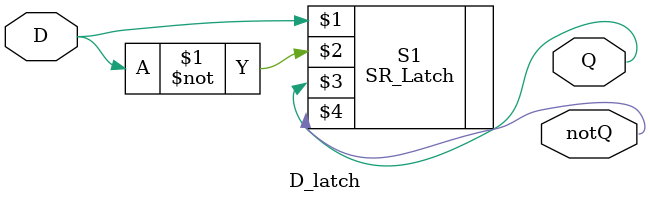
<source format=v>
`timescale 1ns / 1ps


module D_latch(input D,output Q,output notQ);
SR_Latch S1(D,~D,Q,notQ);
endmodule

</source>
